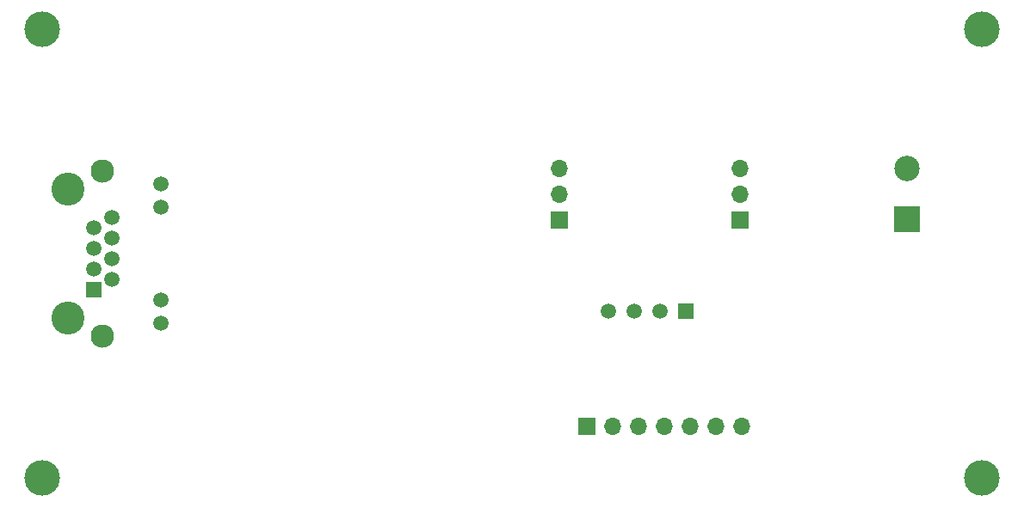
<source format=gbr>
%TF.GenerationSoftware,KiCad,Pcbnew,7.0.9*%
%TF.CreationDate,2024-04-08T18:15:02-04:00*%
%TF.ProjectId,WIRED-pH-EZO-Carrier-revA1,57495245-442d-4704-982d-455a4f2d4361,revA1*%
%TF.SameCoordinates,Original*%
%TF.FileFunction,Soldermask,Bot*%
%TF.FilePolarity,Negative*%
%FSLAX46Y46*%
G04 Gerber Fmt 4.6, Leading zero omitted, Abs format (unit mm)*
G04 Created by KiCad (PCBNEW 7.0.9) date 2024-04-08 18:15:02*
%MOMM*%
%LPD*%
G01*
G04 APERTURE LIST*
%ADD10C,3.250000*%
%ADD11R,1.500000X1.500000*%
%ADD12C,1.500000*%
%ADD13C,2.300000*%
%ADD14R,1.700000X1.700000*%
%ADD15O,1.700000X1.700000*%
%ADD16R,2.500000X2.500000*%
%ADD17C,2.500000*%
%ADD18C,3.500000*%
G04 APERTURE END LIST*
D10*
%TO.C,J1*%
X112520000Y-78736000D03*
X112520000Y-91436000D03*
D11*
X115060000Y-88646000D03*
D12*
X116840000Y-87630000D03*
X115060000Y-86614000D03*
X116840000Y-85598000D03*
X115060000Y-84582000D03*
X116840000Y-83566000D03*
X115060000Y-82550000D03*
X116840000Y-81534000D03*
X121660000Y-91946000D03*
X121660000Y-89656000D03*
X121660000Y-80516000D03*
X121660000Y-78226000D03*
D13*
X115950000Y-93216000D03*
X115950000Y-76956000D03*
%TD*%
D14*
%TO.C,J4*%
X178642000Y-81788000D03*
D15*
X178642000Y-79248000D03*
X178642000Y-76708000D03*
%TD*%
D16*
%TO.C,J5*%
X195072000Y-81708000D03*
D17*
X195072000Y-76708000D03*
%TD*%
D14*
%TO.C,J3*%
X160862000Y-81788000D03*
D15*
X160862000Y-79248000D03*
X160862000Y-76708000D03*
%TD*%
D14*
%TO.C,J2*%
X163576000Y-102108000D03*
D15*
X166116000Y-102108000D03*
X168656000Y-102108000D03*
X171196000Y-102108000D03*
X173736000Y-102108000D03*
X176276000Y-102108000D03*
X178816000Y-102108000D03*
%TD*%
D18*
%TO.C,H1*%
X109982000Y-62992000D03*
%TD*%
%TO.C,H3*%
X202438000Y-107188000D03*
%TD*%
%TO.C,H2*%
X202438000Y-62992000D03*
%TD*%
D11*
%TO.C,U2*%
X173339500Y-90752500D03*
D12*
X170799500Y-90752500D03*
X168259500Y-90752500D03*
X165719500Y-90752500D03*
%TD*%
D18*
%TO.C,H4*%
X109982000Y-107188000D03*
%TD*%
M02*

</source>
